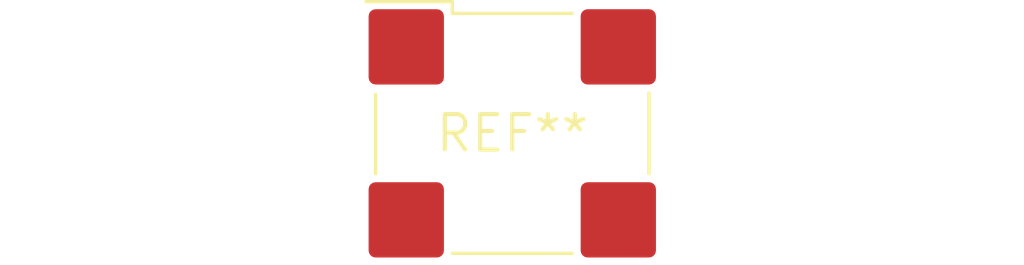
<source format=kicad_pcb>
(kicad_pcb (version 20240108) (generator pcbnew)
  (layers (0 "F.Cu" signal) (31 "B.Cu" signal) (34 "B.Paste" user) (35 "F.Paste" user) (36 "B.SilkS" user "B.Silkscreen") (37 "F.SilkS" user "F.Silkscreen") (38 "B.Mask" user) (39 "F.Mask" user) (44 "Edge.Cuts" user))
  (net 0 "")
  (footprint "L_CommonModeChoke_Wuerth_WE-SL5" (layer "F.Cu") (at 0 0)
    (property "Reference" "REF**")
    (property "Value" "L_CommonModeChoke_Wuerth_WE-SL5")
    (fp_line (start -4.9 1.45) (end -4.9 -1.4) (layer "F.SilkS") (stroke (width 0.12)))
    (fp_line (start -2.15 -4.72) (end -5.25 -4.72) (layer "F.SilkS") (stroke (width 0.12)))
    (fp_line (start -2.15 -4.3) (end -2.15 -4.72) (layer "F.SilkS") (stroke (width 0.12)))
    (fp_line (start 2.15 -4.3) (end -2.15 -4.3) (layer "F.SilkS") (stroke (width 0.12)))
    (fp_line (start 2.15 4.3) (end -2.15 4.3) (layer "F.SilkS") (stroke (width 0.12)))
    (fp_line (start 4.9 1.45) (end 4.9 -1.45) (layer "F.SilkS") (stroke (width 0.12)))
    (pad "1" smd roundrect (at -3.8 -3.1 180) (size 2.7 2.7) (layers "F.Cu" "F.Paste" "F.Mask") (roundrect_rratio 0.09259259259))
    (pad "2" smd roundrect (at -3.8 3.1 180) (size 2.7 2.7) (layers "F.Cu" "F.Paste" "F.Mask") (roundrect_rratio 0.09259259259))
    (pad "3" smd roundrect (at 3.8 3.1 180) (size 2.7 2.7) (layers "F.Cu" "F.Paste" "F.Mask") (roundrect_rratio 0.09259259259))
    (pad "4" smd roundrect (at 3.8 -3.1 180) (size 2.7 2.7) (layers "F.Cu" "F.Paste" "F.Mask") (roundrect_rratio 0.09259259259))
  )
)
</source>
